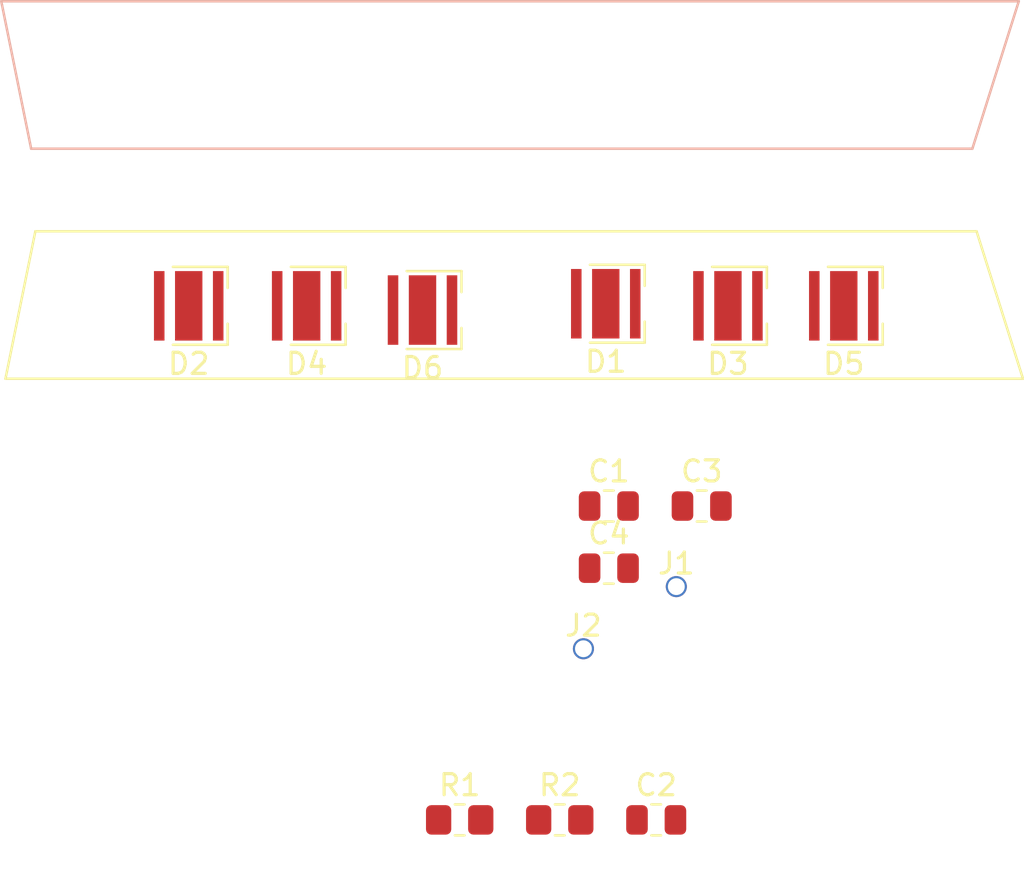
<source format=kicad_pcb>
(kicad_pcb (version 20171130) (host pcbnew "(5.1.9)-1")

  (general
    (thickness 1.6)
    (drawings 8)
    (tracks 0)
    (zones 0)
    (modules 14)
    (nets 9)
  )

  (page A4)
  (layers
    (0 F.Cu signal)
    (31 B.Cu signal)
    (32 B.Adhes user)
    (33 F.Adhes user)
    (34 B.Paste user)
    (35 F.Paste user)
    (36 B.SilkS user)
    (37 F.SilkS user)
    (38 B.Mask user)
    (39 F.Mask user)
    (40 Dwgs.User user)
    (41 Cmts.User user)
    (42 Eco1.User user)
    (43 Eco2.User user)
    (44 Edge.Cuts user)
    (45 Margin user)
    (46 B.CrtYd user)
    (47 F.CrtYd user)
    (48 B.Fab user)
    (49 F.Fab user)
  )

  (setup
    (last_trace_width 0.25)
    (trace_clearance 0.2)
    (zone_clearance 0.508)
    (zone_45_only no)
    (trace_min 0.2)
    (via_size 0.8)
    (via_drill 0.4)
    (via_min_size 0.4)
    (via_min_drill 0.3)
    (uvia_size 0.3)
    (uvia_drill 0.1)
    (uvias_allowed no)
    (uvia_min_size 0.2)
    (uvia_min_drill 0.1)
    (edge_width 0.05)
    (segment_width 0.2)
    (pcb_text_width 0.3)
    (pcb_text_size 1.5 1.5)
    (mod_edge_width 0.12)
    (mod_text_size 1 1)
    (mod_text_width 0.15)
    (pad_size 1.3 3.3)
    (pad_drill 0)
    (pad_to_mask_clearance 0)
    (aux_axis_origin 0 0)
    (visible_elements 7FFFFFFF)
    (pcbplotparams
      (layerselection 0x010fc_ffffffff)
      (usegerberextensions false)
      (usegerberattributes true)
      (usegerberadvancedattributes true)
      (creategerberjobfile true)
      (excludeedgelayer true)
      (linewidth 0.100000)
      (plotframeref false)
      (viasonmask false)
      (mode 1)
      (useauxorigin false)
      (hpglpennumber 1)
      (hpglpenspeed 20)
      (hpglpendiameter 15.000000)
      (psnegative false)
      (psa4output false)
      (plotreference true)
      (plotvalue true)
      (plotinvisibletext false)
      (padsonsilk false)
      (subtractmaskfromsilk false)
      (outputformat 1)
      (mirror false)
      (drillshape 1)
      (scaleselection 1)
      (outputdirectory ""))
  )

  (net 0 "")
  (net 1 "Net-(C1-Pad1)")
  (net 2 "Net-(C1-Pad2)")
  (net 3 "Net-(D1-Pad1)")
  (net 4 "Net-(D2-Pad1)")
  (net 5 "Net-(D3-Pad1)")
  (net 6 "Net-(D4-Pad1)")
  (net 7 "Net-(D5-Pad1)")
  (net 8 "Net-(D6-Pad1)")

  (net_class Default "This is the default net class."
    (clearance 0.2)
    (trace_width 0.25)
    (via_dia 0.8)
    (via_drill 0.4)
    (uvia_dia 0.3)
    (uvia_drill 0.1)
    (add_net "Net-(C1-Pad1)")
    (add_net "Net-(C1-Pad2)")
    (add_net "Net-(D1-Pad1)")
    (add_net "Net-(D2-Pad1)")
    (add_net "Net-(D3-Pad1)")
    (add_net "Net-(D4-Pad1)")
    (add_net "Net-(D5-Pad1)")
    (add_net "Net-(D6-Pad1)")
  )

  (module Resistor_SMD:R_0805_2012Metric (layer F.Cu) (tedit 5F68FEEE) (tstamp 611C9952)
    (at 149.445001 88.605001)
    (descr "Resistor SMD 0805 (2012 Metric), square (rectangular) end terminal, IPC_7351 nominal, (Body size source: IPC-SM-782 page 72, https://www.pcb-3d.com/wordpress/wp-content/uploads/ipc-sm-782a_amendment_1_and_2.pdf), generated with kicad-footprint-generator")
    (tags resistor)
    (path /611CE72F)
    (attr smd)
    (fp_text reference C1 (at 0 -1.65) (layer F.SilkS)
      (effects (font (size 1 1) (thickness 0.15)))
    )
    (fp_text value C (at 0 1.65) (layer F.Fab)
      (effects (font (size 1 1) (thickness 0.15)))
    )
    (fp_line (start -1 0.625) (end -1 -0.625) (layer F.Fab) (width 0.1))
    (fp_line (start -1 -0.625) (end 1 -0.625) (layer F.Fab) (width 0.1))
    (fp_line (start 1 -0.625) (end 1 0.625) (layer F.Fab) (width 0.1))
    (fp_line (start 1 0.625) (end -1 0.625) (layer F.Fab) (width 0.1))
    (fp_line (start -0.227064 -0.735) (end 0.227064 -0.735) (layer F.SilkS) (width 0.12))
    (fp_line (start -0.227064 0.735) (end 0.227064 0.735) (layer F.SilkS) (width 0.12))
    (fp_line (start -1.68 0.95) (end -1.68 -0.95) (layer F.CrtYd) (width 0.05))
    (fp_line (start -1.68 -0.95) (end 1.68 -0.95) (layer F.CrtYd) (width 0.05))
    (fp_line (start 1.68 -0.95) (end 1.68 0.95) (layer F.CrtYd) (width 0.05))
    (fp_line (start 1.68 0.95) (end -1.68 0.95) (layer F.CrtYd) (width 0.05))
    (fp_text user %R (at 0 0) (layer F.Fab)
      (effects (font (size 0.5 0.5) (thickness 0.08)))
    )
    (pad 1 smd roundrect (at -0.9125 0) (size 1.025 1.4) (layers F.Cu F.Paste F.Mask) (roundrect_rratio 0.243902)
      (net 1 "Net-(C1-Pad1)"))
    (pad 2 smd roundrect (at 0.9125 0) (size 1.025 1.4) (layers F.Cu F.Paste F.Mask) (roundrect_rratio 0.243902)
      (net 2 "Net-(C1-Pad2)"))
    (model ${KISYS3DMOD}/Resistor_SMD.3dshapes/R_0805_2012Metric.wrl
      (at (xyz 0 0 0))
      (scale (xyz 1 1 1))
      (rotate (xyz 0 0 0))
    )
  )

  (module Resistor_SMD:R_0805_2012Metric (layer F.Cu) (tedit 5F68FEEE) (tstamp 611C9963)
    (at 151.695001 103.505001)
    (descr "Resistor SMD 0805 (2012 Metric), square (rectangular) end terminal, IPC_7351 nominal, (Body size source: IPC-SM-782 page 72, https://www.pcb-3d.com/wordpress/wp-content/uploads/ipc-sm-782a_amendment_1_and_2.pdf), generated with kicad-footprint-generator")
    (tags resistor)
    (path /611CEE4D)
    (attr smd)
    (fp_text reference C2 (at 0 -1.65) (layer F.SilkS)
      (effects (font (size 1 1) (thickness 0.15)))
    )
    (fp_text value C (at 0 1.65) (layer F.Fab)
      (effects (font (size 1 1) (thickness 0.15)))
    )
    (fp_line (start 1.68 0.95) (end -1.68 0.95) (layer F.CrtYd) (width 0.05))
    (fp_line (start 1.68 -0.95) (end 1.68 0.95) (layer F.CrtYd) (width 0.05))
    (fp_line (start -1.68 -0.95) (end 1.68 -0.95) (layer F.CrtYd) (width 0.05))
    (fp_line (start -1.68 0.95) (end -1.68 -0.95) (layer F.CrtYd) (width 0.05))
    (fp_line (start -0.227064 0.735) (end 0.227064 0.735) (layer F.SilkS) (width 0.12))
    (fp_line (start -0.227064 -0.735) (end 0.227064 -0.735) (layer F.SilkS) (width 0.12))
    (fp_line (start 1 0.625) (end -1 0.625) (layer F.Fab) (width 0.1))
    (fp_line (start 1 -0.625) (end 1 0.625) (layer F.Fab) (width 0.1))
    (fp_line (start -1 -0.625) (end 1 -0.625) (layer F.Fab) (width 0.1))
    (fp_line (start -1 0.625) (end -1 -0.625) (layer F.Fab) (width 0.1))
    (fp_text user %R (at 0 0) (layer F.Fab)
      (effects (font (size 0.5 0.5) (thickness 0.08)))
    )
    (pad 2 smd roundrect (at 0.9125 0) (size 1.025 1.4) (layers F.Cu F.Paste F.Mask) (roundrect_rratio 0.243902)
      (net 2 "Net-(C1-Pad2)"))
    (pad 1 smd roundrect (at -0.9125 0) (size 1.025 1.4) (layers F.Cu F.Paste F.Mask) (roundrect_rratio 0.243902)
      (net 1 "Net-(C1-Pad1)"))
    (model ${KISYS3DMOD}/Resistor_SMD.3dshapes/R_0805_2012Metric.wrl
      (at (xyz 0 0 0))
      (scale (xyz 1 1 1))
      (rotate (xyz 0 0 0))
    )
  )

  (module Resistor_SMD:R_0805_2012Metric (layer F.Cu) (tedit 5F68FEEE) (tstamp 611C9974)
    (at 153.855001 88.605001)
    (descr "Resistor SMD 0805 (2012 Metric), square (rectangular) end terminal, IPC_7351 nominal, (Body size source: IPC-SM-782 page 72, https://www.pcb-3d.com/wordpress/wp-content/uploads/ipc-sm-782a_amendment_1_and_2.pdf), generated with kicad-footprint-generator")
    (tags resistor)
    (path /611D226B)
    (attr smd)
    (fp_text reference C3 (at 0 -1.65) (layer F.SilkS)
      (effects (font (size 1 1) (thickness 0.15)))
    )
    (fp_text value C (at 0 1.65) (layer F.Fab)
      (effects (font (size 1 1) (thickness 0.15)))
    )
    (fp_line (start -1 0.625) (end -1 -0.625) (layer F.Fab) (width 0.1))
    (fp_line (start -1 -0.625) (end 1 -0.625) (layer F.Fab) (width 0.1))
    (fp_line (start 1 -0.625) (end 1 0.625) (layer F.Fab) (width 0.1))
    (fp_line (start 1 0.625) (end -1 0.625) (layer F.Fab) (width 0.1))
    (fp_line (start -0.227064 -0.735) (end 0.227064 -0.735) (layer F.SilkS) (width 0.12))
    (fp_line (start -0.227064 0.735) (end 0.227064 0.735) (layer F.SilkS) (width 0.12))
    (fp_line (start -1.68 0.95) (end -1.68 -0.95) (layer F.CrtYd) (width 0.05))
    (fp_line (start -1.68 -0.95) (end 1.68 -0.95) (layer F.CrtYd) (width 0.05))
    (fp_line (start 1.68 -0.95) (end 1.68 0.95) (layer F.CrtYd) (width 0.05))
    (fp_line (start 1.68 0.95) (end -1.68 0.95) (layer F.CrtYd) (width 0.05))
    (fp_text user %R (at 0 0) (layer F.Fab)
      (effects (font (size 0.5 0.5) (thickness 0.08)))
    )
    (pad 1 smd roundrect (at -0.9125 0) (size 1.025 1.4) (layers F.Cu F.Paste F.Mask) (roundrect_rratio 0.243902)
      (net 1 "Net-(C1-Pad1)"))
    (pad 2 smd roundrect (at 0.9125 0) (size 1.025 1.4) (layers F.Cu F.Paste F.Mask) (roundrect_rratio 0.243902)
      (net 2 "Net-(C1-Pad2)"))
    (model ${KISYS3DMOD}/Resistor_SMD.3dshapes/R_0805_2012Metric.wrl
      (at (xyz 0 0 0))
      (scale (xyz 1 1 1))
      (rotate (xyz 0 0 0))
    )
  )

  (module Resistor_SMD:R_0805_2012Metric (layer F.Cu) (tedit 5F68FEEE) (tstamp 611C9985)
    (at 149.445001 91.555001)
    (descr "Resistor SMD 0805 (2012 Metric), square (rectangular) end terminal, IPC_7351 nominal, (Body size source: IPC-SM-782 page 72, https://www.pcb-3d.com/wordpress/wp-content/uploads/ipc-sm-782a_amendment_1_and_2.pdf), generated with kicad-footprint-generator")
    (tags resistor)
    (path /611D2271)
    (attr smd)
    (fp_text reference C4 (at 0 -1.65) (layer F.SilkS)
      (effects (font (size 1 1) (thickness 0.15)))
    )
    (fp_text value C (at 0 1.65) (layer F.Fab)
      (effects (font (size 1 1) (thickness 0.15)))
    )
    (fp_line (start 1.68 0.95) (end -1.68 0.95) (layer F.CrtYd) (width 0.05))
    (fp_line (start 1.68 -0.95) (end 1.68 0.95) (layer F.CrtYd) (width 0.05))
    (fp_line (start -1.68 -0.95) (end 1.68 -0.95) (layer F.CrtYd) (width 0.05))
    (fp_line (start -1.68 0.95) (end -1.68 -0.95) (layer F.CrtYd) (width 0.05))
    (fp_line (start -0.227064 0.735) (end 0.227064 0.735) (layer F.SilkS) (width 0.12))
    (fp_line (start -0.227064 -0.735) (end 0.227064 -0.735) (layer F.SilkS) (width 0.12))
    (fp_line (start 1 0.625) (end -1 0.625) (layer F.Fab) (width 0.1))
    (fp_line (start 1 -0.625) (end 1 0.625) (layer F.Fab) (width 0.1))
    (fp_line (start -1 -0.625) (end 1 -0.625) (layer F.Fab) (width 0.1))
    (fp_line (start -1 0.625) (end -1 -0.625) (layer F.Fab) (width 0.1))
    (fp_text user %R (at 0 0) (layer F.Fab)
      (effects (font (size 0.5 0.5) (thickness 0.08)))
    )
    (pad 2 smd roundrect (at 0.9125 0) (size 1.025 1.4) (layers F.Cu F.Paste F.Mask) (roundrect_rratio 0.243902)
      (net 2 "Net-(C1-Pad2)"))
    (pad 1 smd roundrect (at -0.9125 0) (size 1.025 1.4) (layers F.Cu F.Paste F.Mask) (roundrect_rratio 0.243902)
      (net 1 "Net-(C1-Pad1)"))
    (model ${KISYS3DMOD}/Resistor_SMD.3dshapes/R_0805_2012Metric.wrl
      (at (xyz 0 0 0))
      (scale (xyz 1 1 1))
      (rotate (xyz 0 0 0))
    )
  )

  (module LED_SMD:LED_Cree-XHP35 (layer F.Cu) (tedit 5E7E470B) (tstamp 611C99A2)
    (at 149.3 79 180)
    (descr http://www.cree.com/~/media/Files/Cree/LED-Components-and-Modules/XLamp/Data-and-Binning/ds--XHP35.pdf)
    (tags "LED Cree XHP35")
    (path /611C63E6)
    (attr smd)
    (fp_text reference D1 (at 0 -2.75) (layer F.SilkS)
      (effects (font (size 1 1) (thickness 0.15)))
    )
    (fp_text value LED (at 0 2.75) (layer F.Fab)
      (effects (font (size 1 1) (thickness 0.15)))
    )
    (fp_line (start 0.5 0.5) (end -0.5 0) (layer F.Fab) (width 0.1))
    (fp_line (start 0.5 -0.5) (end 0.5 0.5) (layer F.Fab) (width 0.1))
    (fp_line (start -0.5 0) (end 0.5 -0.5) (layer F.Fab) (width 0.1))
    (fp_line (start -0.5 -0.5) (end -0.5 0.5) (layer F.Fab) (width 0.1))
    (fp_line (start -1.25 0) (end -0.5 0) (layer F.Fab) (width 0.1))
    (fp_line (start 1.25 0) (end 0.5 0) (layer F.Fab) (width 0.1))
    (fp_line (start -1.9 -1.9) (end -1.9 1.9) (layer F.CrtYd) (width 0.05))
    (fp_line (start 1.9 -1.9) (end -1.9 -1.9) (layer F.CrtYd) (width 0.05))
    (fp_line (start 1.9 1.9) (end 1.9 -1.9) (layer F.CrtYd) (width 0.05))
    (fp_line (start -1.9 1.9) (end 1.9 1.9) (layer F.CrtYd) (width 0.05))
    (fp_line (start -1.85 1.85) (end -1.85 0.85) (layer F.SilkS) (width 0.12))
    (fp_line (start 0.75 1.85) (end -1.85 1.85) (layer F.SilkS) (width 0.12))
    (fp_line (start -1.85 -1.85) (end -1.85 -0.85) (layer F.SilkS) (width 0.12))
    (fp_line (start 0.75 -1.85) (end -1.85 -1.85) (layer F.SilkS) (width 0.12))
    (fp_line (start -1.65 1.65) (end -1.65 -1.65) (layer F.Fab) (width 0.1))
    (fp_line (start 1.65 1.65) (end -1.65 1.65) (layer F.Fab) (width 0.1))
    (fp_line (start 1.65 -1.65) (end 1.65 1.65) (layer F.Fab) (width 0.1))
    (fp_line (start -1.65 -1.65) (end 1.65 -1.65) (layer F.Fab) (width 0.1))
    (fp_text user %R (at 0 0) (layer F.Fab)
      (effects (font (size 0.8 0.8) (thickness 0.08)))
    )
    (pad "" smd rect (at 0 0 180) (size 1.01 0.75) (layers F.Paste))
    (pad "" smd rect (at 0 -1 180) (size 1.01 0.75) (layers F.Paste))
    (pad "" smd rect (at 0 1 180) (size 1.01 0.75) (layers F.Paste))
    (pad 3 smd rect (at 0 0 180) (size 1.3 3.3) (layers F.Cu F.Mask))
    (pad 1 smd rect (at -1.4 0 180) (size 0.5 3.3) (layers F.Cu F.Paste F.Mask)
      (net 3 "Net-(D1-Pad1)"))
    (pad 2 smd rect (at 1.4 0 180) (size 0.5 3.3) (layers F.Cu F.Paste F.Mask)
      (net 1 "Net-(C1-Pad1)"))
    (model ${KISYS3DMOD}/LED_SMD.3dshapes/LED_Cree-XHP35.wrl
      (at (xyz 0 0 0))
      (scale (xyz 1 1 1))
      (rotate (xyz 0 0 0))
    )
  )

  (module LED_SMD:LED_Cree-XHP35 (layer F.Cu) (tedit 611D3B38) (tstamp 611C99BF)
    (at 129.5 79.1 180)
    (descr http://www.cree.com/~/media/Files/Cree/LED-Components-and-Modules/XLamp/Data-and-Binning/ds--XHP35.pdf)
    (tags "LED Cree XHP35")
    (path /611C3954)
    (attr smd)
    (fp_text reference D2 (at 0 -2.75) (layer F.SilkS)
      (effects (font (size 1 1) (thickness 0.15)))
    )
    (fp_text value LED (at 0 2.75) (layer F.Fab)
      (effects (font (size 1 1) (thickness 0.15)))
    )
    (fp_line (start -1.65 -1.65) (end 1.65 -1.65) (layer F.Fab) (width 0.1))
    (fp_line (start 1.65 -1.65) (end 1.65 1.65) (layer F.Fab) (width 0.1))
    (fp_line (start 1.65 1.65) (end -1.65 1.65) (layer F.Fab) (width 0.1))
    (fp_line (start -1.65 1.65) (end -1.65 -1.65) (layer F.Fab) (width 0.1))
    (fp_line (start 0.75 -1.85) (end -1.85 -1.85) (layer F.SilkS) (width 0.12))
    (fp_line (start -1.85 -1.85) (end -1.85 -0.85) (layer F.SilkS) (width 0.12))
    (fp_line (start 0.75 1.85) (end -1.85 1.85) (layer F.SilkS) (width 0.12))
    (fp_line (start -1.85 1.85) (end -1.85 0.85) (layer F.SilkS) (width 0.12))
    (fp_line (start -1.9 1.9) (end 1.9 1.9) (layer F.CrtYd) (width 0.05))
    (fp_line (start 1.9 1.9) (end 1.9 -1.9) (layer F.CrtYd) (width 0.05))
    (fp_line (start 1.9 -1.9) (end -1.9 -1.9) (layer F.CrtYd) (width 0.05))
    (fp_line (start -1.9 -1.9) (end -1.9 1.9) (layer F.CrtYd) (width 0.05))
    (fp_line (start 1.25 0) (end 0.5 0) (layer F.Fab) (width 0.1))
    (fp_line (start -1.25 0) (end -0.5 0) (layer F.Fab) (width 0.1))
    (fp_line (start -0.5 -0.5) (end -0.5 0.5) (layer F.Fab) (width 0.1))
    (fp_line (start -0.5 0) (end 0.5 -0.5) (layer F.Fab) (width 0.1))
    (fp_line (start 0.5 -0.5) (end 0.5 0.5) (layer F.Fab) (width 0.1))
    (fp_line (start 0.5 0.5) (end -0.5 0) (layer F.Fab) (width 0.1))
    (fp_text user %R (at 0 0) (layer F.Fab)
      (effects (font (size 0.8 0.8) (thickness 0.08)))
    )
    (pad 2 smd rect (at 1.4 0 180) (size 0.5 3.3) (layers F.Cu F.Paste F.Mask)
      (net 1 "Net-(C1-Pad1)"))
    (pad 1 smd rect (at -1.4 0 180) (size 0.5 3.3) (layers F.Cu F.Paste F.Mask)
      (net 4 "Net-(D2-Pad1)"))
    (pad 3 smd rect (at 0 0 180) (size 1.3 3.3) (layers F.Cu F.Mask))
    (pad "" smd rect (at 0 1 180) (size 1.01 0.75) (layers F.Paste))
    (pad "" smd rect (at 0 -1 180) (size 1.01 0.75) (layers F.Paste))
    (pad "" smd rect (at 0 0 180) (size 1.01 0.75) (layers F.Paste))
    (model ${KISYS3DMOD}/LED_SMD.3dshapes/LED_Cree-XHP35.wrl
      (at (xyz 0 0 0))
      (scale (xyz 1 1 1))
      (rotate (xyz 0 0 0))
    )
  )

  (module LED_SMD:LED_Cree-XHP35 (layer F.Cu) (tedit 5E7E470B) (tstamp 611C99DC)
    (at 155.1 79.1 180)
    (descr http://www.cree.com/~/media/Files/Cree/LED-Components-and-Modules/XLamp/Data-and-Binning/ds--XHP35.pdf)
    (tags "LED Cree XHP35")
    (path /611C8036)
    (attr smd)
    (fp_text reference D3 (at 0 -2.75) (layer F.SilkS)
      (effects (font (size 1 1) (thickness 0.15)))
    )
    (fp_text value LED (at 0 2.75) (layer F.Fab)
      (effects (font (size 1 1) (thickness 0.15)))
    )
    (fp_line (start -1.65 -1.65) (end 1.65 -1.65) (layer F.Fab) (width 0.1))
    (fp_line (start 1.65 -1.65) (end 1.65 1.65) (layer F.Fab) (width 0.1))
    (fp_line (start 1.65 1.65) (end -1.65 1.65) (layer F.Fab) (width 0.1))
    (fp_line (start -1.65 1.65) (end -1.65 -1.65) (layer F.Fab) (width 0.1))
    (fp_line (start 0.75 -1.85) (end -1.85 -1.85) (layer F.SilkS) (width 0.12))
    (fp_line (start -1.85 -1.85) (end -1.85 -0.85) (layer F.SilkS) (width 0.12))
    (fp_line (start 0.75 1.85) (end -1.85 1.85) (layer F.SilkS) (width 0.12))
    (fp_line (start -1.85 1.85) (end -1.85 0.85) (layer F.SilkS) (width 0.12))
    (fp_line (start -1.9 1.9) (end 1.9 1.9) (layer F.CrtYd) (width 0.05))
    (fp_line (start 1.9 1.9) (end 1.9 -1.9) (layer F.CrtYd) (width 0.05))
    (fp_line (start 1.9 -1.9) (end -1.9 -1.9) (layer F.CrtYd) (width 0.05))
    (fp_line (start -1.9 -1.9) (end -1.9 1.9) (layer F.CrtYd) (width 0.05))
    (fp_line (start 1.25 0) (end 0.5 0) (layer F.Fab) (width 0.1))
    (fp_line (start -1.25 0) (end -0.5 0) (layer F.Fab) (width 0.1))
    (fp_line (start -0.5 -0.5) (end -0.5 0.5) (layer F.Fab) (width 0.1))
    (fp_line (start -0.5 0) (end 0.5 -0.5) (layer F.Fab) (width 0.1))
    (fp_line (start 0.5 -0.5) (end 0.5 0.5) (layer F.Fab) (width 0.1))
    (fp_line (start 0.5 0.5) (end -0.5 0) (layer F.Fab) (width 0.1))
    (fp_text user %R (at 0 0) (layer F.Fab)
      (effects (font (size 0.8 0.8) (thickness 0.08)))
    )
    (pad 2 smd rect (at 1.4 0 180) (size 0.5 3.3) (layers F.Cu F.Paste F.Mask)
      (net 3 "Net-(D1-Pad1)"))
    (pad 1 smd rect (at -1.4 0 180) (size 0.5 3.3) (layers F.Cu F.Paste F.Mask)
      (net 5 "Net-(D3-Pad1)"))
    (pad 3 smd rect (at 0 0 180) (size 1.3 3.3) (layers F.Cu F.Mask))
    (pad "" smd rect (at 0 1 180) (size 1.01 0.75) (layers F.Paste))
    (pad "" smd rect (at 0 -1 180) (size 1.01 0.75) (layers F.Paste))
    (pad "" smd rect (at 0 0 180) (size 1.01 0.75) (layers F.Paste))
    (model ${KISYS3DMOD}/LED_SMD.3dshapes/LED_Cree-XHP35.wrl
      (at (xyz 0 0 0))
      (scale (xyz 1 1 1))
      (rotate (xyz 0 0 0))
    )
  )

  (module LED_SMD:LED_Cree-XHP35 (layer F.Cu) (tedit 5E7E470B) (tstamp 611C99F9)
    (at 135.1 79.1 180)
    (descr http://www.cree.com/~/media/Files/Cree/LED-Components-and-Modules/XLamp/Data-and-Binning/ds--XHP35.pdf)
    (tags "LED Cree XHP35")
    (path /611C5107)
    (attr smd)
    (fp_text reference D4 (at 0 -2.75) (layer F.SilkS)
      (effects (font (size 1 1) (thickness 0.15)))
    )
    (fp_text value LED (at 0 2.75) (layer F.Fab)
      (effects (font (size 1 1) (thickness 0.15)))
    )
    (fp_line (start 0.5 0.5) (end -0.5 0) (layer F.Fab) (width 0.1))
    (fp_line (start 0.5 -0.5) (end 0.5 0.5) (layer F.Fab) (width 0.1))
    (fp_line (start -0.5 0) (end 0.5 -0.5) (layer F.Fab) (width 0.1))
    (fp_line (start -0.5 -0.5) (end -0.5 0.5) (layer F.Fab) (width 0.1))
    (fp_line (start -1.25 0) (end -0.5 0) (layer F.Fab) (width 0.1))
    (fp_line (start 1.25 0) (end 0.5 0) (layer F.Fab) (width 0.1))
    (fp_line (start -1.9 -1.9) (end -1.9 1.9) (layer F.CrtYd) (width 0.05))
    (fp_line (start 1.9 -1.9) (end -1.9 -1.9) (layer F.CrtYd) (width 0.05))
    (fp_line (start 1.9 1.9) (end 1.9 -1.9) (layer F.CrtYd) (width 0.05))
    (fp_line (start -1.9 1.9) (end 1.9 1.9) (layer F.CrtYd) (width 0.05))
    (fp_line (start -1.85 1.85) (end -1.85 0.85) (layer F.SilkS) (width 0.12))
    (fp_line (start 0.75 1.85) (end -1.85 1.85) (layer F.SilkS) (width 0.12))
    (fp_line (start -1.85 -1.85) (end -1.85 -0.85) (layer F.SilkS) (width 0.12))
    (fp_line (start 0.75 -1.85) (end -1.85 -1.85) (layer F.SilkS) (width 0.12))
    (fp_line (start -1.65 1.65) (end -1.65 -1.65) (layer F.Fab) (width 0.1))
    (fp_line (start 1.65 1.65) (end -1.65 1.65) (layer F.Fab) (width 0.1))
    (fp_line (start 1.65 -1.65) (end 1.65 1.65) (layer F.Fab) (width 0.1))
    (fp_line (start -1.65 -1.65) (end 1.65 -1.65) (layer F.Fab) (width 0.1))
    (fp_text user %R (at 0 0) (layer F.Fab)
      (effects (font (size 0.8 0.8) (thickness 0.08)))
    )
    (pad "" smd rect (at 0 0 180) (size 1.01 0.75) (layers F.Paste))
    (pad "" smd rect (at 0 -1 180) (size 1.01 0.75) (layers F.Paste))
    (pad "" smd rect (at 0 1 180) (size 1.01 0.75) (layers F.Paste))
    (pad 3 smd rect (at 0 0 180) (size 1.3 3.3) (layers F.Cu F.Mask))
    (pad 1 smd rect (at -1.4 0 180) (size 0.5 3.3) (layers F.Cu F.Paste F.Mask)
      (net 6 "Net-(D4-Pad1)"))
    (pad 2 smd rect (at 1.4 0 180) (size 0.5 3.3) (layers F.Cu F.Paste F.Mask)
      (net 4 "Net-(D2-Pad1)"))
    (model ${KISYS3DMOD}/LED_SMD.3dshapes/LED_Cree-XHP35.wrl
      (at (xyz 0 0 0))
      (scale (xyz 1 1 1))
      (rotate (xyz 0 0 0))
    )
  )

  (module LED_SMD:LED_Cree-XHP35 (layer F.Cu) (tedit 5E7E470B) (tstamp 611C9A16)
    (at 160.6 79.1 180)
    (descr http://www.cree.com/~/media/Files/Cree/LED-Components-and-Modules/XLamp/Data-and-Binning/ds--XHP35.pdf)
    (tags "LED Cree XHP35")
    (path /611C803C)
    (attr smd)
    (fp_text reference D5 (at 0 -2.75) (layer F.SilkS)
      (effects (font (size 1 1) (thickness 0.15)))
    )
    (fp_text value LED (at 0 2.75) (layer F.Fab)
      (effects (font (size 1 1) (thickness 0.15)))
    )
    (fp_line (start 0.5 0.5) (end -0.5 0) (layer F.Fab) (width 0.1))
    (fp_line (start 0.5 -0.5) (end 0.5 0.5) (layer F.Fab) (width 0.1))
    (fp_line (start -0.5 0) (end 0.5 -0.5) (layer F.Fab) (width 0.1))
    (fp_line (start -0.5 -0.5) (end -0.5 0.5) (layer F.Fab) (width 0.1))
    (fp_line (start -1.25 0) (end -0.5 0) (layer F.Fab) (width 0.1))
    (fp_line (start 1.25 0) (end 0.5 0) (layer F.Fab) (width 0.1))
    (fp_line (start -1.9 -1.9) (end -1.9 1.9) (layer F.CrtYd) (width 0.05))
    (fp_line (start 1.9 -1.9) (end -1.9 -1.9) (layer F.CrtYd) (width 0.05))
    (fp_line (start 1.9 1.9) (end 1.9 -1.9) (layer F.CrtYd) (width 0.05))
    (fp_line (start -1.9 1.9) (end 1.9 1.9) (layer F.CrtYd) (width 0.05))
    (fp_line (start -1.85 1.85) (end -1.85 0.85) (layer F.SilkS) (width 0.12))
    (fp_line (start 0.75 1.85) (end -1.85 1.85) (layer F.SilkS) (width 0.12))
    (fp_line (start -1.85 -1.85) (end -1.85 -0.85) (layer F.SilkS) (width 0.12))
    (fp_line (start 0.75 -1.85) (end -1.85 -1.85) (layer F.SilkS) (width 0.12))
    (fp_line (start -1.65 1.65) (end -1.65 -1.65) (layer F.Fab) (width 0.1))
    (fp_line (start 1.65 1.65) (end -1.65 1.65) (layer F.Fab) (width 0.1))
    (fp_line (start 1.65 -1.65) (end 1.65 1.65) (layer F.Fab) (width 0.1))
    (fp_line (start -1.65 -1.65) (end 1.65 -1.65) (layer F.Fab) (width 0.1))
    (fp_text user %R (at 0 0) (layer F.Fab)
      (effects (font (size 0.8 0.8) (thickness 0.08)))
    )
    (pad "" smd rect (at 0 0 180) (size 1.01 0.75) (layers F.Paste))
    (pad "" smd rect (at 0 -1 180) (size 1.01 0.75) (layers F.Paste))
    (pad "" smd rect (at 0 1 180) (size 1.01 0.75) (layers F.Paste))
    (pad 3 smd rect (at 0 0 180) (size 1.3 3.3) (layers F.Cu F.Mask))
    (pad 1 smd rect (at -1.4 0 180) (size 0.5 3.3) (layers F.Cu F.Paste F.Mask)
      (net 7 "Net-(D5-Pad1)"))
    (pad 2 smd rect (at 1.4 0 180) (size 0.5 3.3) (layers F.Cu F.Paste F.Mask)
      (net 5 "Net-(D3-Pad1)"))
    (model ${KISYS3DMOD}/LED_SMD.3dshapes/LED_Cree-XHP35.wrl
      (at (xyz 0 0 0))
      (scale (xyz 1 1 1))
      (rotate (xyz 0 0 0))
    )
  )

  (module LED_SMD:LED_Cree-XHP35 (layer F.Cu) (tedit 5E7E470B) (tstamp 611C9A33)
    (at 140.6 79.3 180)
    (descr http://www.cree.com/~/media/Files/Cree/LED-Components-and-Modules/XLamp/Data-and-Binning/ds--XHP35.pdf)
    (tags "LED Cree XHP35")
    (path /611C63E0)
    (attr smd)
    (fp_text reference D6 (at 0 -2.75) (layer F.SilkS)
      (effects (font (size 1 1) (thickness 0.15)))
    )
    (fp_text value LED (at 0 2.75) (layer F.Fab)
      (effects (font (size 1 1) (thickness 0.15)))
    )
    (fp_line (start -1.65 -1.65) (end 1.65 -1.65) (layer F.Fab) (width 0.1))
    (fp_line (start 1.65 -1.65) (end 1.65 1.65) (layer F.Fab) (width 0.1))
    (fp_line (start 1.65 1.65) (end -1.65 1.65) (layer F.Fab) (width 0.1))
    (fp_line (start -1.65 1.65) (end -1.65 -1.65) (layer F.Fab) (width 0.1))
    (fp_line (start 0.75 -1.85) (end -1.85 -1.85) (layer F.SilkS) (width 0.12))
    (fp_line (start -1.85 -1.85) (end -1.85 -0.85) (layer F.SilkS) (width 0.12))
    (fp_line (start 0.75 1.85) (end -1.85 1.85) (layer F.SilkS) (width 0.12))
    (fp_line (start -1.85 1.85) (end -1.85 0.85) (layer F.SilkS) (width 0.12))
    (fp_line (start -1.9 1.9) (end 1.9 1.9) (layer F.CrtYd) (width 0.05))
    (fp_line (start 1.9 1.9) (end 1.9 -1.9) (layer F.CrtYd) (width 0.05))
    (fp_line (start 1.9 -1.9) (end -1.9 -1.9) (layer F.CrtYd) (width 0.05))
    (fp_line (start -1.9 -1.9) (end -1.9 1.9) (layer F.CrtYd) (width 0.05))
    (fp_line (start 1.25 0) (end 0.5 0) (layer F.Fab) (width 0.1))
    (fp_line (start -1.25 0) (end -0.5 0) (layer F.Fab) (width 0.1))
    (fp_line (start -0.5 -0.5) (end -0.5 0.5) (layer F.Fab) (width 0.1))
    (fp_line (start -0.5 0) (end 0.5 -0.5) (layer F.Fab) (width 0.1))
    (fp_line (start 0.5 -0.5) (end 0.5 0.5) (layer F.Fab) (width 0.1))
    (fp_line (start 0.5 0.5) (end -0.5 0) (layer F.Fab) (width 0.1))
    (fp_text user %R (at 0 0) (layer F.Fab)
      (effects (font (size 0.8 0.8) (thickness 0.08)))
    )
    (pad 2 smd rect (at 1.4 0 180) (size 0.5 3.3) (layers F.Cu F.Paste F.Mask)
      (net 6 "Net-(D4-Pad1)"))
    (pad 1 smd rect (at -1.4 0 180) (size 0.5 3.3) (layers F.Cu F.Paste F.Mask)
      (net 8 "Net-(D6-Pad1)"))
    (pad 3 smd rect (at 0 0 180) (size 1.3 3.3) (layers F.Cu F.Mask))
    (pad "" smd rect (at 0 1 180) (size 1.01 0.75) (layers F.Paste))
    (pad "" smd rect (at 0 -1 180) (size 1.01 0.75) (layers F.Paste))
    (pad "" smd rect (at 0 0 180) (size 1.01 0.75) (layers F.Paste))
    (model ${KISYS3DMOD}/LED_SMD.3dshapes/LED_Cree-XHP35.wrl
      (at (xyz 0 0 0))
      (scale (xyz 1 1 1))
      (rotate (xyz 0 0 0))
    )
  )

  (module pins:pin_0.8 (layer F.Cu) (tedit 60E69780) (tstamp 611C9A38)
    (at 152.65 90.83)
    (path /611CC688)
    (fp_text reference J1 (at 0 0.5) (layer F.SilkS)
      (effects (font (size 1 1) (thickness 0.15)))
    )
    (fp_text value Conn_01x01_Female (at 0 -0.5) (layer F.Fab)
      (effects (font (size 1 1) (thickness 0.15)))
    )
    (pad 1 thru_hole circle (at 0 1.6) (size 1 1) (drill 0.8) (layers *.Cu *.Mask)
      (net 1 "Net-(C1-Pad1)"))
  )

  (module pins:pin_0.8 (layer F.Cu) (tedit 60E69780) (tstamp 611C9A3D)
    (at 148.24 93.78)
    (path /611CDD3C)
    (fp_text reference J2 (at 0 0.5) (layer F.SilkS)
      (effects (font (size 1 1) (thickness 0.15)))
    )
    (fp_text value Conn_01x01_Female (at 0 -0.5) (layer F.Fab)
      (effects (font (size 1 1) (thickness 0.15)))
    )
    (pad 1 thru_hole circle (at 0 1.6) (size 1 1) (drill 0.8) (layers *.Cu *.Mask)
      (net 2 "Net-(C1-Pad2)"))
  )

  (module Resistor_SMD:R_0805_2012Metric_Pad1.20x1.40mm_HandSolder (layer F.Cu) (tedit 5F68FEEE) (tstamp 611C9A4E)
    (at 142.365001 103.505001)
    (descr "Resistor SMD 0805 (2012 Metric), square (rectangular) end terminal, IPC_7351 nominal with elongated pad for handsoldering. (Body size source: IPC-SM-782 page 72, https://www.pcb-3d.com/wordpress/wp-content/uploads/ipc-sm-782a_amendment_1_and_2.pdf), generated with kicad-footprint-generator")
    (tags "resistor handsolder")
    (path /611CAFF0)
    (attr smd)
    (fp_text reference R1 (at 0 -1.65) (layer F.SilkS)
      (effects (font (size 1 1) (thickness 0.15)))
    )
    (fp_text value R (at 0 1.65) (layer F.Fab)
      (effects (font (size 1 1) (thickness 0.15)))
    )
    (fp_line (start -1 0.625) (end -1 -0.625) (layer F.Fab) (width 0.1))
    (fp_line (start -1 -0.625) (end 1 -0.625) (layer F.Fab) (width 0.1))
    (fp_line (start 1 -0.625) (end 1 0.625) (layer F.Fab) (width 0.1))
    (fp_line (start 1 0.625) (end -1 0.625) (layer F.Fab) (width 0.1))
    (fp_line (start -0.227064 -0.735) (end 0.227064 -0.735) (layer F.SilkS) (width 0.12))
    (fp_line (start -0.227064 0.735) (end 0.227064 0.735) (layer F.SilkS) (width 0.12))
    (fp_line (start -1.85 0.95) (end -1.85 -0.95) (layer F.CrtYd) (width 0.05))
    (fp_line (start -1.85 -0.95) (end 1.85 -0.95) (layer F.CrtYd) (width 0.05))
    (fp_line (start 1.85 -0.95) (end 1.85 0.95) (layer F.CrtYd) (width 0.05))
    (fp_line (start 1.85 0.95) (end -1.85 0.95) (layer F.CrtYd) (width 0.05))
    (fp_text user %R (at 0 0) (layer F.Fab)
      (effects (font (size 0.5 0.5) (thickness 0.08)))
    )
    (pad 1 smd roundrect (at -1 0) (size 1.2 1.4) (layers F.Cu F.Paste F.Mask) (roundrect_rratio 0.208333)
      (net 2 "Net-(C1-Pad2)"))
    (pad 2 smd roundrect (at 1 0) (size 1.2 1.4) (layers F.Cu F.Paste F.Mask) (roundrect_rratio 0.208333)
      (net 7 "Net-(D5-Pad1)"))
    (model ${KISYS3DMOD}/Resistor_SMD.3dshapes/R_0805_2012Metric.wrl
      (at (xyz 0 0 0))
      (scale (xyz 1 1 1))
      (rotate (xyz 0 0 0))
    )
  )

  (module Resistor_SMD:R_0805_2012Metric_Pad1.20x1.40mm_HandSolder (layer F.Cu) (tedit 5F68FEEE) (tstamp 611C9A5F)
    (at 147.115001 103.505001)
    (descr "Resistor SMD 0805 (2012 Metric), square (rectangular) end terminal, IPC_7351 nominal with elongated pad for handsoldering. (Body size source: IPC-SM-782 page 72, https://www.pcb-3d.com/wordpress/wp-content/uploads/ipc-sm-782a_amendment_1_and_2.pdf), generated with kicad-footprint-generator")
    (tags "resistor handsolder")
    (path /611CBB1F)
    (attr smd)
    (fp_text reference R2 (at 0 -1.65) (layer F.SilkS)
      (effects (font (size 1 1) (thickness 0.15)))
    )
    (fp_text value R (at 0 1.65) (layer F.Fab)
      (effects (font (size 1 1) (thickness 0.15)))
    )
    (fp_line (start 1.85 0.95) (end -1.85 0.95) (layer F.CrtYd) (width 0.05))
    (fp_line (start 1.85 -0.95) (end 1.85 0.95) (layer F.CrtYd) (width 0.05))
    (fp_line (start -1.85 -0.95) (end 1.85 -0.95) (layer F.CrtYd) (width 0.05))
    (fp_line (start -1.85 0.95) (end -1.85 -0.95) (layer F.CrtYd) (width 0.05))
    (fp_line (start -0.227064 0.735) (end 0.227064 0.735) (layer F.SilkS) (width 0.12))
    (fp_line (start -0.227064 -0.735) (end 0.227064 -0.735) (layer F.SilkS) (width 0.12))
    (fp_line (start 1 0.625) (end -1 0.625) (layer F.Fab) (width 0.1))
    (fp_line (start 1 -0.625) (end 1 0.625) (layer F.Fab) (width 0.1))
    (fp_line (start -1 -0.625) (end 1 -0.625) (layer F.Fab) (width 0.1))
    (fp_line (start -1 0.625) (end -1 -0.625) (layer F.Fab) (width 0.1))
    (fp_text user %R (at 0 0) (layer F.Fab)
      (effects (font (size 0.5 0.5) (thickness 0.08)))
    )
    (pad 2 smd roundrect (at 1 0) (size 1.2 1.4) (layers F.Cu F.Paste F.Mask) (roundrect_rratio 0.208333)
      (net 8 "Net-(D6-Pad1)"))
    (pad 1 smd roundrect (at -1 0) (size 1.2 1.4) (layers F.Cu F.Paste F.Mask) (roundrect_rratio 0.208333)
      (net 2 "Net-(C1-Pad2)"))
    (model ${KISYS3DMOD}/Resistor_SMD.3dshapes/R_0805_2012Metric.wrl
      (at (xyz 0 0 0))
      (scale (xyz 1 1 1))
      (rotate (xyz 0 0 0))
    )
  )

  (gr_line (start 120.6007 64.6397) (end 168.9084 64.6397) (angle 90) (layer B.SilkS) (width 0.12) (tstamp 611D4224))
  (gr_line (start 168.9084 64.6397) (end 166.7046 71.6397) (angle 90) (layer B.SilkS) (width 0.12) (tstamp 611D4223))
  (gr_line (start 166.7046 71.6397) (end 122.02 71.6397) (angle 90) (layer B.SilkS) (width 0.12) (tstamp 611D4222))
  (gr_line (start 122.02 71.6397) (end 120.6007 64.6397) (angle 90) (layer B.SilkS) (width 0.12) (tstamp 611D4221))
  (gr_line (start 120.8007 82.5603) (end 169.1084 82.5603) (angle 90) (layer F.SilkS) (width 0.12))
  (gr_line (start 122.22 75.5603) (end 120.8007 82.5603) (angle 90) (layer F.SilkS) (width 0.12))
  (gr_line (start 166.9046 75.5603) (end 122.22 75.5603) (angle 90) (layer F.SilkS) (width 0.12))
  (gr_line (start 169.1084 82.5603) (end 166.9046 75.5603) (angle 90) (layer F.SilkS) (width 0.12))

)

</source>
